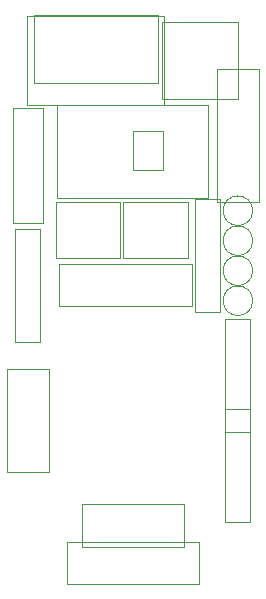
<source format=gbr>
G04 #@! TF.GenerationSoftware,KiCad,Pcbnew,5.1.5-52549c5~86~ubuntu18.04.1*
G04 #@! TF.CreationDate,2020-03-29T17:49:25+00:00*
G04 #@! TF.ProjectId,PIS,5049532e-6b69-4636-9164-5f7063625858,rev?*
G04 #@! TF.SameCoordinates,Original*
G04 #@! TF.FileFunction,Other,User*
%FSLAX46Y46*%
G04 Gerber Fmt 4.6, Leading zero omitted, Abs format (unit mm)*
G04 Created by KiCad (PCBNEW 5.1.5-52549c5~86~ubuntu18.04.1) date 2020-03-29 17:49:25*
%MOMM*%
%LPD*%
G04 APERTURE LIST*
%ADD10C,0.050000*%
G04 APERTURE END LIST*
D10*
X135235000Y-112650000D02*
X135235000Y-115950000D01*
X135235000Y-112650000D02*
X132735000Y-112650000D01*
X132735000Y-115950000D02*
X135235000Y-115950000D01*
X132735000Y-115950000D02*
X132735000Y-112650000D01*
X123720000Y-110430000D02*
X135350000Y-110430000D01*
X123720000Y-102930000D02*
X123720000Y-110430000D01*
X135350000Y-102930000D02*
X123720000Y-102930000D01*
X135350000Y-110430000D02*
X135350000Y-102930000D01*
X124300000Y-102800000D02*
X134800000Y-102800000D01*
X124300000Y-102800000D02*
X124300000Y-108530000D01*
X134800000Y-108530000D02*
X134800000Y-102800000D01*
X134800000Y-108530000D02*
X124300000Y-108530000D01*
X138325000Y-151025000D02*
X138325000Y-147425000D01*
X127125000Y-151025000D02*
X138325000Y-151025000D01*
X127125000Y-147425000D02*
X127125000Y-151025000D01*
X138325000Y-147425000D02*
X127125000Y-147425000D01*
X126490000Y-123930000D02*
X137690000Y-123930000D01*
X126490000Y-127480000D02*
X126490000Y-123930000D01*
X137690000Y-127480000D02*
X126490000Y-127480000D01*
X137690000Y-123930000D02*
X137690000Y-127480000D01*
X142855000Y-119380000D02*
G75*
G03X142855000Y-119380000I-1250000J0D01*
G01*
X142855000Y-121920000D02*
G75*
G03X142855000Y-121920000I-1250000J0D01*
G01*
X142855000Y-124460000D02*
G75*
G03X142855000Y-124460000I-1250000J0D01*
G01*
X142855000Y-127000000D02*
G75*
G03X142855000Y-127000000I-1250000J0D01*
G01*
X138015000Y-118430000D02*
X138015000Y-127950000D01*
X140115000Y-118430000D02*
X138015000Y-118430000D01*
X140115000Y-127950000D02*
X140115000Y-118430000D01*
X138015000Y-127950000D02*
X140115000Y-127950000D01*
X135200000Y-109930000D02*
X141650000Y-109930000D01*
X135200000Y-103430000D02*
X135200000Y-109930000D01*
X141650000Y-103430000D02*
X135200000Y-103430000D01*
X141650000Y-109930000D02*
X141650000Y-103430000D01*
X131890000Y-118640000D02*
X137350000Y-118640000D01*
X131890000Y-118640000D02*
X131890000Y-123380000D01*
X137350000Y-123380000D02*
X137350000Y-118640000D01*
X137350000Y-123380000D02*
X131890000Y-123380000D01*
X125075000Y-120430000D02*
X125075000Y-110710000D01*
X122575000Y-120430000D02*
X125075000Y-120430000D01*
X122575000Y-110710000D02*
X122575000Y-120430000D01*
X125075000Y-110710000D02*
X122575000Y-110710000D01*
X126285000Y-118290000D02*
X126285000Y-110390000D01*
X126285000Y-118290000D02*
X139085000Y-118290000D01*
X139085000Y-110390000D02*
X126285000Y-110390000D01*
X139085000Y-110390000D02*
X139085000Y-118290000D01*
X142655000Y-138110000D02*
X142655000Y-128590000D01*
X140555000Y-138110000D02*
X142655000Y-138110000D01*
X140555000Y-128590000D02*
X140555000Y-138110000D01*
X142655000Y-128590000D02*
X140555000Y-128590000D01*
X142655000Y-145730000D02*
X142655000Y-136210000D01*
X140555000Y-145730000D02*
X142655000Y-145730000D01*
X140555000Y-136210000D02*
X140555000Y-145730000D01*
X142655000Y-136210000D02*
X140555000Y-136210000D01*
X126175000Y-118640000D02*
X131635000Y-118640000D01*
X126175000Y-118640000D02*
X126175000Y-123380000D01*
X131635000Y-123380000D02*
X131635000Y-118640000D01*
X131635000Y-123380000D02*
X126175000Y-123380000D01*
X125625000Y-132820000D02*
X122025000Y-132820000D01*
X125625000Y-141470000D02*
X125625000Y-132820000D01*
X122025000Y-141470000D02*
X125625000Y-141470000D01*
X122025000Y-132820000D02*
X122025000Y-141470000D01*
X137055000Y-147850000D02*
X137055000Y-144250000D01*
X128405000Y-147850000D02*
X137055000Y-147850000D01*
X128405000Y-144250000D02*
X128405000Y-147850000D01*
X137055000Y-144250000D02*
X128405000Y-144250000D01*
X122775000Y-120970000D02*
X122775000Y-130490000D01*
X124875000Y-120970000D02*
X122775000Y-120970000D01*
X124875000Y-130490000D02*
X124875000Y-120970000D01*
X122775000Y-130490000D02*
X124875000Y-130490000D01*
X143405000Y-107420000D02*
X139805000Y-107420000D01*
X143405000Y-118620000D02*
X143405000Y-107420000D01*
X139805000Y-118620000D02*
X143405000Y-118620000D01*
X139805000Y-107420000D02*
X139805000Y-118620000D01*
M02*

</source>
